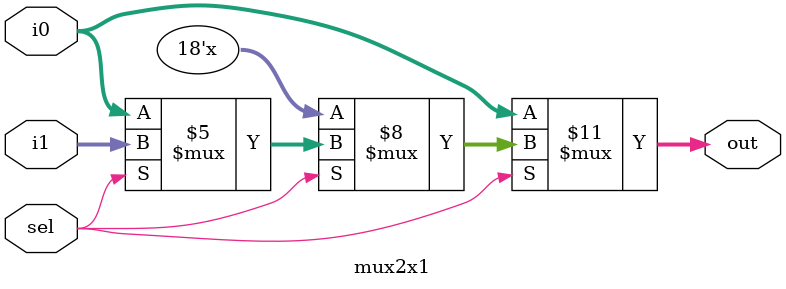
<source format=v>
module mux2x1 #(
	parameter WIDTH = 18
)
(
	input  wire [WIDTH-1:0] i0,
	input  wire [WIDTH-1:0] i1,
	input  wire        		sel,
	output reg  [WIDTH-1:0] out
);

always @(*) begin
	if (sel == 1'b0)
		out = i0;
	else if (sel == 1'b1)
		out = i1;
	else 
		out = i0;
end

endmodule

</source>
